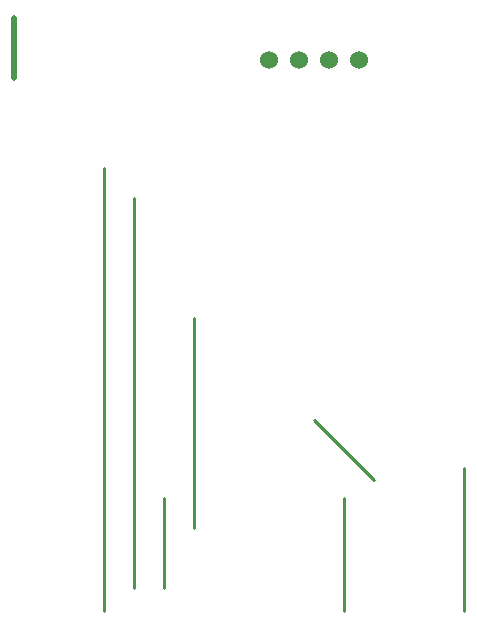
<source format=gbr>
%TF.GenerationSoftware,KiCad,Pcbnew,8.0.8*%
%TF.CreationDate,2025-02-09T22:20:02-08:00*%
%TF.ProjectId,techin514-final-project,74656368-696e-4353-9134-2d66696e616c,rev?*%
%TF.SameCoordinates,Original*%
%TF.FileFunction,Copper,L2,Bot*%
%TF.FilePolarity,Positive*%
%FSLAX46Y46*%
G04 Gerber Fmt 4.6, Leading zero omitted, Abs format (unit mm)*
G04 Created by KiCad (PCBNEW 8.0.8) date 2025-02-09 22:20:02*
%MOMM*%
%LPD*%
G01*
G04 APERTURE LIST*
%TA.AperFunction,ComponentPad*%
%ADD10C,1.530000*%
%TD*%
%TA.AperFunction,Conductor*%
%ADD11C,0.254000*%
%TD*%
%TA.AperFunction,Conductor*%
%ADD12C,0.500000*%
%TD*%
G04 APERTURE END LIST*
D10*
%TO.P,U2,2,TRIG*%
%TO.N,Net-(U1-PA02_A0_D0)*%
X105410000Y-64535000D03*
%TO.P,U2,3,ECHO*%
%TO.N,Net-(U1-PA4_A1_D1)*%
X107950000Y-64535000D03*
%TO.P,U2,4,GND*%
%TO.N,GND*%
X110490000Y-64535000D03*
%TO.P,U2,1,VCC*%
%TO.N,Net-(U2-VCC)*%
X102870000Y-64535000D03*
%TD*%
D11*
%TO.N,Net-(U1-PA10_A2_D2)*%
X93980000Y-109220000D02*
X93980000Y-101600000D01*
X109220000Y-101600000D02*
X109220000Y-111133000D01*
%TO.N,Net-(U1-PA9_A5_D5_SCL)*%
X119380000Y-99060000D02*
X119380000Y-111133000D01*
%TO.N,Net-(U3-REGOUT)*%
X106680000Y-95034000D02*
X111706000Y-100060000D01*
%TO.N,Net-(U1-PA8_A4_D4_SDA)*%
X96520000Y-104140000D02*
X96520000Y-86360000D01*
D12*
%TO.N,GND*%
X81280000Y-60960000D02*
X81280000Y-66040000D01*
D11*
%TO.N,Net-(U1-PA4_A1_D1)*%
X91440000Y-76200000D02*
X91440000Y-109220000D01*
%TO.N,Net-(U1-PA02_A0_D0)*%
X88900000Y-73660000D02*
X88900000Y-111133000D01*
%TD*%
M02*

</source>
